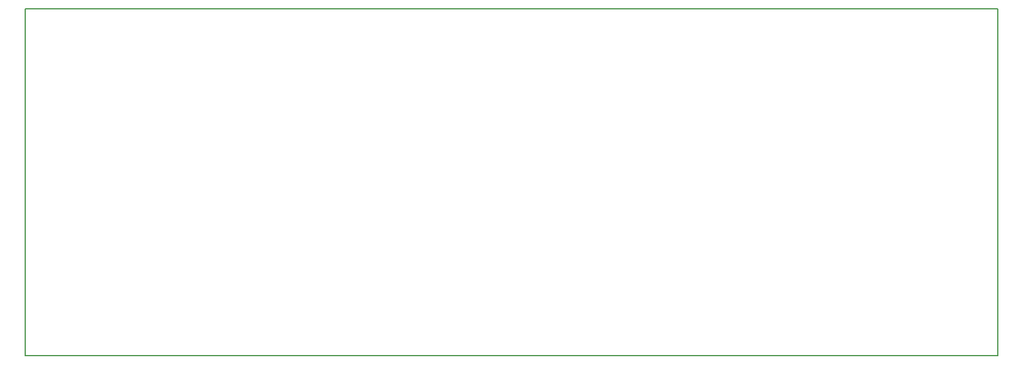
<source format=gbr>
%TF.GenerationSoftware,Altium Limited,Altium Designer,18.1.7 (191)*%
G04 Layer_Color=8388736*
%FSLAX25Y25*%
%MOIN*%
%TF.FileFunction,Profile,NP*%
%TF.Part,Single*%
G01*
G75*
%TA.AperFunction,NonConductor*%
%ADD75C,0.00787*%
D75*
X0Y0D02*
X553150D01*
X0D02*
Y196850D01*
X553150D01*
Y0D02*
Y196850D01*
%TF.MD5,d569bfcf85781d72c6a2a653dc495b51*%
M02*

</source>
